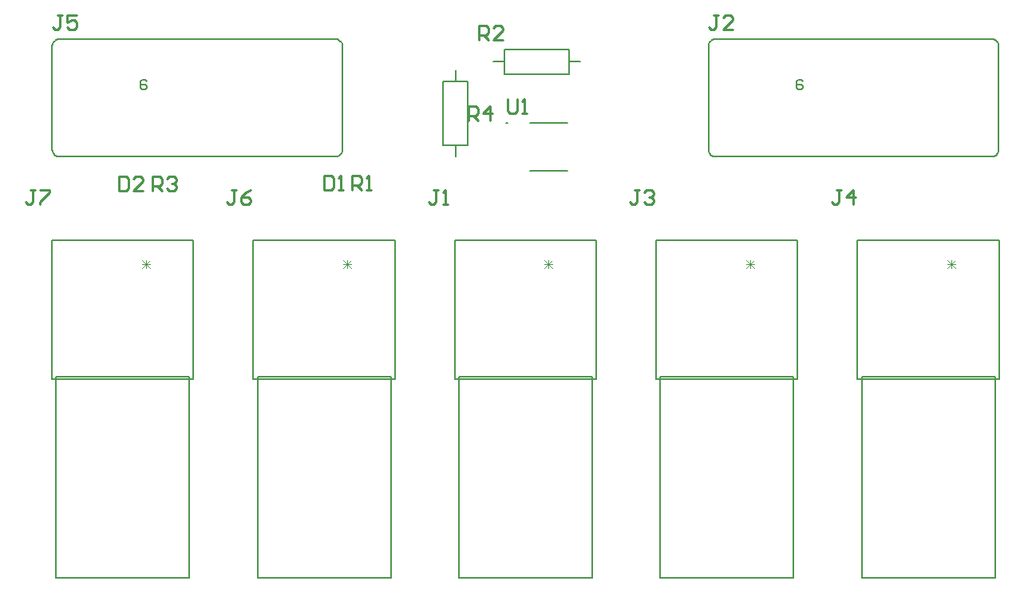
<source format=gbr>
G04*
G04 #@! TF.GenerationSoftware,Altium Limited,Altium Designer,22.11.1 (43)*
G04*
G04 Layer_Color=65535*
%FSLAX25Y25*%
%MOIN*%
G70*
G04*
G04 #@! TF.SameCoordinates,2508BC3E-BDE3-465E-931E-0E6F767F2DAF*
G04*
G04*
G04 #@! TF.FilePolarity,Positive*
G04*
G01*
G75*
%ADD10C,0.00787*%
%ADD11C,0.00600*%
%ADD12C,0.00500*%
%ADD13C,0.00300*%
%ADD14C,0.01000*%
D10*
X392657Y296953D02*
X392811Y295979D01*
X393259Y295101D01*
X393955Y294405D01*
X394833Y293957D01*
X395807Y293803D01*
X395807Y343016D02*
X394833Y342862D01*
X393955Y342414D01*
X393259Y341717D01*
X392811Y340839D01*
X392657Y339866D01*
X513956Y339866D02*
X513802Y340839D01*
X513355Y341717D01*
X512658Y342414D01*
X511780Y342862D01*
X510807Y343016D01*
X510807Y293803D02*
X511780Y293957D01*
X512658Y294405D01*
X513355Y295101D01*
X513802Y295979D01*
X513956Y296953D01*
X118640Y296953D02*
X118794Y295979D01*
X119241Y295101D01*
X119938Y294405D01*
X120816Y293957D01*
X121789Y293803D01*
X121789Y343016D02*
X120816Y342862D01*
X119938Y342414D01*
X119241Y341717D01*
X118794Y340839D01*
X118640Y339866D01*
X239939Y339866D02*
X239785Y340839D01*
X239337Y341717D01*
X238641Y342414D01*
X237763Y342862D01*
X236789Y343016D01*
X236789Y293803D02*
X237763Y293957D01*
X238641Y294405D01*
X239337Y295101D01*
X239785Y295979D01*
X239939Y296953D01*
X308894Y307823D02*
X308106D01*
X308894D01*
X395807Y343016D02*
X395807Y343016D01*
X510807D01*
X395807Y293803D02*
X395807Y293803D01*
X510807D01*
X513956Y296953D02*
Y339866D01*
X392657Y296953D02*
Y339866D01*
X121789Y343016D02*
X121789Y343016D01*
X236789D01*
X121789Y293803D02*
X121789Y293803D01*
X236789D01*
X239939Y296953D02*
Y339866D01*
X118640Y296953D02*
Y339866D01*
D11*
X202647Y258898D02*
X261747D01*
X202647Y201098D02*
Y258898D01*
Y201098D02*
X261747D01*
Y258898D01*
X204347Y202098D02*
X260047D01*
X204347Y117798D02*
Y202098D01*
Y117798D02*
X260047D01*
Y202098D01*
X370849Y258898D02*
X429949D01*
X370849Y201098D02*
Y258898D01*
Y201098D02*
X429949D01*
Y258898D01*
X372549Y202098D02*
X428249D01*
X372549Y117798D02*
Y202098D01*
Y117798D02*
X428249D01*
Y202098D01*
X286748Y258898D02*
X345848D01*
X286748Y201098D02*
Y258898D01*
Y201098D02*
X345848D01*
Y258898D01*
X288448Y202098D02*
X344148D01*
X288448Y117798D02*
Y202098D01*
Y117798D02*
X344148D01*
Y202098D01*
X118546Y258898D02*
X177646D01*
X118546Y201098D02*
Y258898D01*
Y201098D02*
X177646D01*
Y258898D01*
X120246Y202098D02*
X175946D01*
X120246Y117798D02*
Y202098D01*
Y117798D02*
X175946D01*
Y202098D01*
X454950Y258898D02*
X514050D01*
X454950Y201098D02*
Y258898D01*
Y201098D02*
X514050D01*
Y258898D01*
X456650Y202098D02*
X512350D01*
X456650Y117798D02*
Y202098D01*
Y117798D02*
X512350D01*
Y202098D01*
X432047Y325223D02*
X431380Y325890D01*
X430048D01*
X429381Y325223D01*
Y322557D01*
X430048Y321891D01*
X431380D01*
X432047Y322557D01*
Y323224D01*
X431380Y323890D01*
X429381D01*
X158029Y325223D02*
X157363Y325890D01*
X156030D01*
X155364Y325223D01*
Y322557D01*
X156030Y321891D01*
X157363D01*
X158029Y322557D01*
Y323224D01*
X157363Y323890D01*
X155364D01*
D12*
X281882Y298614D02*
X287000D01*
X292118D01*
Y325386D01*
X287000D02*
X292118D01*
X281882D02*
X287000D01*
X281882Y298614D02*
Y325386D01*
X287000Y293969D02*
Y298614D01*
Y325386D02*
Y330031D01*
X318126Y307921D02*
X333874D01*
X318126Y288079D02*
X333874D01*
X307614Y333500D02*
Y338618D01*
Y328382D02*
Y333500D01*
Y328382D02*
X334386D01*
Y333500D01*
Y338618D01*
X307614D02*
X334386D01*
X302969Y333500D02*
X307614D01*
X334386D02*
X339032D01*
D13*
X243447Y247335D02*
X240115Y250667D01*
X243447D02*
X240115Y247335D01*
X243447Y249001D02*
X240115D01*
X241781Y250667D02*
Y247335D01*
X411649D02*
X408317Y250667D01*
X411649D02*
X408317Y247335D01*
X411649Y249001D02*
X408317D01*
X409983Y250667D02*
Y247335D01*
X327548D02*
X324216Y250667D01*
X327548D02*
X324216Y247335D01*
X327548Y249001D02*
X324216D01*
X325882Y250667D02*
Y247335D01*
X159346D02*
X156014Y250667D01*
X159346D02*
X156014Y247335D01*
X159346Y249001D02*
X156014D01*
X157680Y250667D02*
Y247335D01*
X495750D02*
X492418Y250667D01*
X495750D02*
X492418Y247335D01*
X495750Y249001D02*
X492418D01*
X494084Y250667D02*
Y247335D01*
D14*
X111499Y279898D02*
X109499D01*
X110499D01*
Y274900D01*
X109499Y273900D01*
X108500D01*
X107500Y274900D01*
X113498Y279898D02*
X117497D01*
Y278898D01*
X113498Y274900D01*
Y273900D01*
X195599Y279898D02*
X193599D01*
X194599D01*
Y274900D01*
X193599Y273900D01*
X192600D01*
X191600Y274900D01*
X201597Y279898D02*
X199597Y278898D01*
X197598Y276899D01*
Y274900D01*
X198598Y273900D01*
X200597D01*
X201597Y274900D01*
Y275899D01*
X200597Y276899D01*
X197598D01*
X122730Y352898D02*
X120730D01*
X121730D01*
Y347900D01*
X120730Y346900D01*
X119731D01*
X118731Y347900D01*
X128728Y352898D02*
X124729D01*
Y349899D01*
X126728Y350899D01*
X127728D01*
X128728Y349899D01*
Y347900D01*
X127728Y346900D01*
X125729D01*
X124729Y347900D01*
X447999Y279898D02*
X445999D01*
X446999D01*
Y274900D01*
X445999Y273900D01*
X445000D01*
X444000Y274900D01*
X452997Y273900D02*
Y279898D01*
X449998Y276899D01*
X453997D01*
X363799Y279898D02*
X361799D01*
X362799D01*
Y274900D01*
X361799Y273900D01*
X360800D01*
X359800Y274900D01*
X365798Y278898D02*
X366798Y279898D01*
X368797D01*
X369797Y278898D01*
Y277899D01*
X368797Y276899D01*
X367797D01*
X368797D01*
X369797Y275899D01*
Y274900D01*
X368797Y273900D01*
X366798D01*
X365798Y274900D01*
X396753Y352898D02*
X394753D01*
X395753D01*
Y347900D01*
X394753Y346900D01*
X393754D01*
X392754Y347900D01*
X402751Y346900D02*
X398752D01*
X402751Y350899D01*
Y351898D01*
X401751Y352898D01*
X399752D01*
X398752Y351898D01*
X279699Y279898D02*
X277699D01*
X278699D01*
Y274900D01*
X277699Y273900D01*
X276700D01*
X275700Y274900D01*
X281698Y273900D02*
X283697D01*
X282698D01*
Y279898D01*
X281698Y278898D01*
X146600Y285598D02*
Y279600D01*
X149599D01*
X150599Y280600D01*
Y284598D01*
X149599Y285598D01*
X146600D01*
X156597Y279600D02*
X152598D01*
X156597Y283599D01*
Y284598D01*
X155597Y285598D01*
X153598D01*
X152598Y284598D01*
X308700Y317898D02*
Y312900D01*
X309700Y311900D01*
X311699D01*
X312699Y312900D01*
Y317898D01*
X314698Y311900D02*
X316697D01*
X315698D01*
Y317898D01*
X314698Y316898D01*
X292502Y309001D02*
Y314999D01*
X295501D01*
X296500Y313999D01*
Y312000D01*
X295501Y311000D01*
X292502D01*
X294501D02*
X296500Y309001D01*
X301499D02*
Y314999D01*
X298500Y312000D01*
X302498D01*
X160502Y279501D02*
Y285499D01*
X163501D01*
X164500Y284499D01*
Y282500D01*
X163501Y281500D01*
X160502D01*
X162501D02*
X164500Y279501D01*
X166500Y284499D02*
X167499Y285499D01*
X169499D01*
X170498Y284499D01*
Y283500D01*
X169499Y282500D01*
X168499D01*
X169499D01*
X170498Y281500D01*
Y280501D01*
X169499Y279501D01*
X167499D01*
X166500Y280501D01*
X296900Y342700D02*
Y348698D01*
X299899D01*
X300899Y347698D01*
Y345699D01*
X299899Y344699D01*
X296900D01*
X298899D02*
X300899Y342700D01*
X306897D02*
X302898D01*
X306897Y346699D01*
Y347698D01*
X305897Y348698D01*
X303898D01*
X302898Y347698D01*
X243800Y279800D02*
Y285798D01*
X246799D01*
X247799Y284798D01*
Y282799D01*
X246799Y281799D01*
X243800D01*
X245799D02*
X247799Y279800D01*
X249798D02*
X251797D01*
X250798D01*
Y285798D01*
X249798Y284798D01*
X232001Y285999D02*
Y280001D01*
X235000D01*
X236000Y281001D01*
Y284999D01*
X235000Y285999D01*
X232001D01*
X237999Y280001D02*
X239999D01*
X238999D01*
Y285999D01*
X237999Y284999D01*
M02*

</source>
